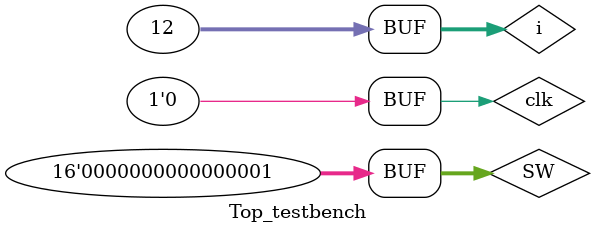
<source format=v>
`timescale 1ns / 1ps


module Top_testbench();

    reg clk;
    reg [15:0] SW;
    wire [7:0] SEGMENT;
    wire [3:0] AN;
    wire LED;

    Top Top_uut(.clk(clk),.SW(SW),.SEGMENT(SEGMENT),.AN(AN),.LED(LED));
    
    initial begin
        SW = 16'b0000000000000001;
    end
    integer i;
    initial begin
        for(i = 0;i < 8;i = i + 1)begin
            clk = 0;#2;clk = 1;#2;clk = 0;#2;
        end
        
        SW = 16'b0;

        for(i = 0;i < 13;i = i + 1)begin
            clk = 0;#2;clk = 1;#2;clk = 0;#2;
        end

        SW = 16'b0000000000000001;

        for(i = 0;i < 12;i = i + 1)begin
            clk = 0;#2;clk = 1;#2;clk = 0;#2;
        end
    end
endmodule

</source>
